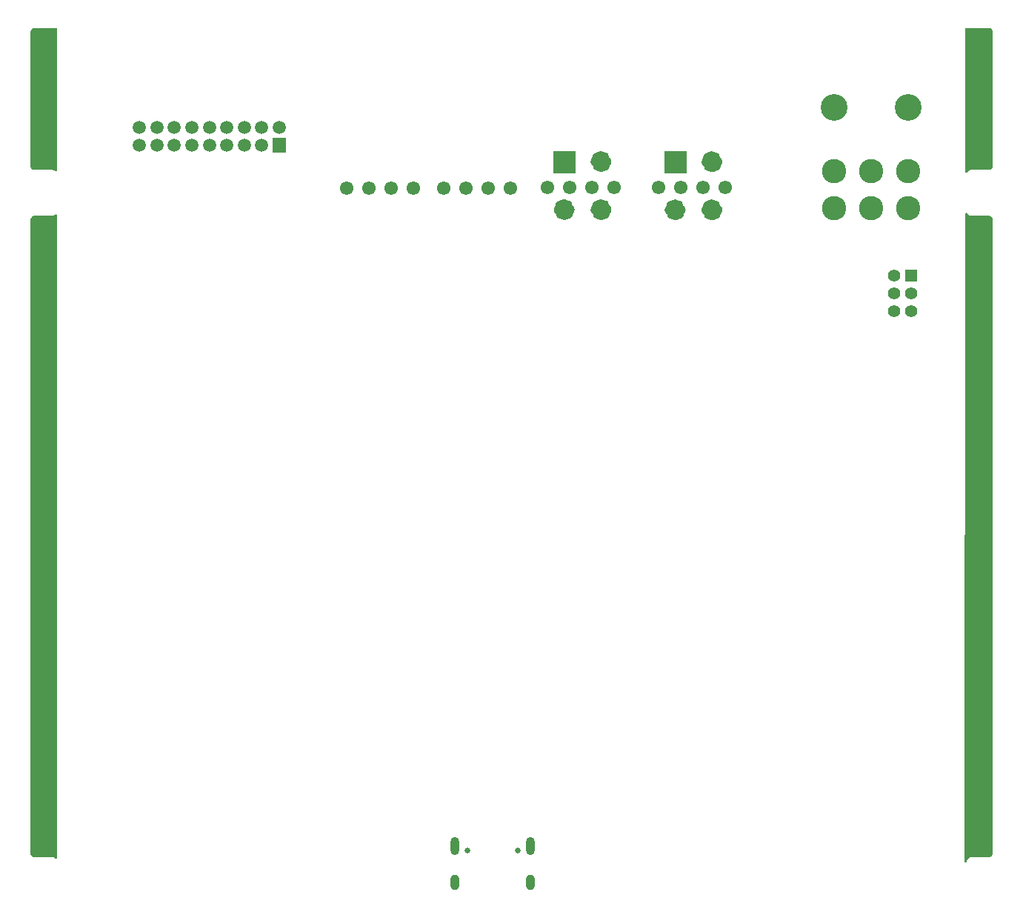
<source format=gbr>
%TF.GenerationSoftware,KiCad,Pcbnew,7.0.6-0*%
%TF.CreationDate,2023-11-06T17:07:04-05:00*%
%TF.ProjectId,bitcrane,62697463-7261-46e6-952e-6b696361645f,rev?*%
%TF.SameCoordinates,Original*%
%TF.FileFunction,Soldermask,Bot*%
%TF.FilePolarity,Negative*%
%FSLAX46Y46*%
G04 Gerber Fmt 4.6, Leading zero omitted, Abs format (unit mm)*
G04 Created by KiCad (PCBNEW 7.0.6-0) date 2023-11-06 17:07:04*
%MOMM*%
%LPD*%
G01*
G04 APERTURE LIST*
%ADD10C,1.226200*%
%ADD11C,0.010000*%
%ADD12C,1.549400*%
%ADD13R,1.500000X1.700000*%
%ADD14C,1.500000*%
%ADD15C,3.050000*%
%ADD16C,2.775000*%
%ADD17C,0.650000*%
%ADD18O,1.000000X2.100000*%
%ADD19O,1.000000X1.800000*%
%ADD20R,1.400000X1.400000*%
%ADD21C,1.400000*%
G04 APERTURE END LIST*
D10*
%TO.C,J7*%
X136753100Y-55050000D02*
G75*
G03*
X136753100Y-55050000I-613100J0D01*
G01*
X136753100Y-49550000D02*
G75*
G03*
X136753100Y-49550000I-613100J0D01*
G01*
X132553100Y-55050000D02*
G75*
G03*
X132553100Y-55050000I-613100J0D01*
G01*
D11*
X133166200Y-50776200D02*
X130713800Y-50776200D01*
X130713800Y-48323800D01*
X133166200Y-48323800D01*
X133166200Y-50776200D01*
G36*
X133166200Y-50776200D02*
G01*
X130713800Y-50776200D01*
X130713800Y-48323800D01*
X133166200Y-48323800D01*
X133166200Y-50776200D01*
G37*
D10*
%TO.C,J8*%
X124073100Y-55030000D02*
G75*
G03*
X124073100Y-55030000I-613100J0D01*
G01*
X124073100Y-49530000D02*
G75*
G03*
X124073100Y-49530000I-613100J0D01*
G01*
X119873100Y-55030000D02*
G75*
G03*
X119873100Y-55030000I-613100J0D01*
G01*
D11*
X120486200Y-50756200D02*
X118033800Y-50756200D01*
X118033800Y-48303800D01*
X120486200Y-48303800D01*
X120486200Y-50756200D01*
G36*
X120486200Y-50756200D02*
G01*
X118033800Y-50756200D01*
X118033800Y-48303800D01*
X120486200Y-48303800D01*
X120486200Y-50756200D01*
G37*
%TD*%
D12*
%TO.C,J5*%
X124930000Y-52510750D03*
X122390000Y-52510750D03*
X119850000Y-52510750D03*
X117310000Y-52510750D03*
%TD*%
%TO.C,J4*%
X137640000Y-52500750D03*
X135100000Y-52500750D03*
X132560000Y-52500750D03*
X130020000Y-52500750D03*
%TD*%
D13*
%TO.C,J2*%
X86700000Y-47630000D03*
D14*
X86700000Y-45630000D03*
X84700000Y-47630000D03*
X84700000Y-45630000D03*
X82700000Y-47630000D03*
X82700000Y-45630000D03*
X80700000Y-47630000D03*
X80700000Y-45630000D03*
X78700000Y-47630000D03*
X78700000Y-45630000D03*
X76700000Y-47630000D03*
X76700000Y-45630000D03*
X74700000Y-47630000D03*
X74700000Y-45630000D03*
X72700000Y-47630000D03*
X72700000Y-45630000D03*
X70700000Y-47630000D03*
X70700000Y-45630000D03*
%TD*%
D15*
%TO.C,J3*%
X150150000Y-43320000D03*
X158550000Y-43320000D03*
D16*
X150150000Y-50620000D03*
X154350000Y-50620000D03*
X158550000Y-50620000D03*
X150150000Y-54820000D03*
X154350000Y-54820000D03*
X158550000Y-54820000D03*
%TD*%
D17*
%TO.C,J6*%
X108210000Y-128230000D03*
X113990000Y-128230000D03*
D18*
X106780000Y-127730000D03*
D19*
X106780000Y-131910000D03*
D18*
X115420000Y-127730000D03*
D19*
X115420000Y-131910000D03*
%TD*%
D12*
%TO.C,J9*%
X102040000Y-52540750D03*
X99500000Y-52540750D03*
X96960000Y-52540750D03*
X94420000Y-52540750D03*
%TD*%
%TO.C,J10*%
X113150000Y-52540750D03*
X110610000Y-52540750D03*
X108070000Y-52540750D03*
X105530000Y-52540750D03*
%TD*%
D20*
%TO.C,J1*%
X158930000Y-62590000D03*
D21*
X158930000Y-64590000D03*
X158930000Y-66590000D03*
X156930000Y-62590000D03*
X156930000Y-64590000D03*
X156930000Y-66590000D03*
%TD*%
G36*
X61243442Y-34264685D02*
G01*
X61289197Y-34317489D01*
X61300403Y-34368977D01*
X61303463Y-50535750D01*
X61283791Y-50602793D01*
X61230996Y-50648558D01*
X61161839Y-50658514D01*
X61103973Y-50634146D01*
X61009981Y-50562018D01*
X61009978Y-50562016D01*
X60889399Y-50512057D01*
X60760006Y-50495000D01*
X58764063Y-50495000D01*
X58755972Y-50494470D01*
X58646770Y-50480112D01*
X58615494Y-50471736D01*
X58525067Y-50434291D01*
X58497025Y-50418103D01*
X58419372Y-50358522D01*
X58396477Y-50335627D01*
X58336896Y-50257974D01*
X58320708Y-50229932D01*
X58283263Y-50139505D01*
X58274887Y-50108228D01*
X58260530Y-49999027D01*
X58260000Y-49990936D01*
X58260000Y-34749066D01*
X58260531Y-34740964D01*
X58274906Y-34631776D01*
X58283284Y-34600508D01*
X58320740Y-34510081D01*
X58336925Y-34482048D01*
X58396508Y-34404398D01*
X58419398Y-34381508D01*
X58497048Y-34321925D01*
X58525081Y-34305740D01*
X58615508Y-34268284D01*
X58646776Y-34259906D01*
X58755966Y-34245531D01*
X58764067Y-34245000D01*
X61176403Y-34245000D01*
X61243442Y-34264685D01*
G37*
G36*
X61238559Y-55544001D02*
G01*
X61288549Y-55592814D01*
X61304432Y-55653510D01*
X61318335Y-129097162D01*
X61298663Y-129164205D01*
X61245868Y-129209970D01*
X61176711Y-129219926D01*
X61118845Y-129195558D01*
X61009982Y-129112018D01*
X61009978Y-129112016D01*
X60889399Y-129062057D01*
X60760006Y-129045000D01*
X58764063Y-129045000D01*
X58755972Y-129044470D01*
X58646770Y-129030112D01*
X58615494Y-129021736D01*
X58525067Y-128984291D01*
X58497025Y-128968103D01*
X58419372Y-128908522D01*
X58396477Y-128885627D01*
X58336896Y-128807974D01*
X58320708Y-128779932D01*
X58283263Y-128689505D01*
X58274887Y-128658228D01*
X58260530Y-128549027D01*
X58260000Y-128540936D01*
X58260000Y-56199066D01*
X58260531Y-56190964D01*
X58274906Y-56081776D01*
X58283284Y-56050508D01*
X58320740Y-55960081D01*
X58336925Y-55932048D01*
X58396508Y-55854398D01*
X58419398Y-55831508D01*
X58497048Y-55771925D01*
X58525081Y-55755740D01*
X58615508Y-55718284D01*
X58646776Y-55709906D01*
X58755966Y-55695531D01*
X58764067Y-55695000D01*
X60759993Y-55695000D01*
X60760009Y-55694998D01*
X60889408Y-55677963D01*
X60889413Y-55677961D01*
X61009995Y-55628015D01*
X61010001Y-55628012D01*
X61104945Y-55555158D01*
X61170114Y-55529963D01*
X61238559Y-55544001D01*
G37*
G36*
X167764041Y-34245532D02*
G01*
X167873215Y-34259923D01*
X167904474Y-34268304D01*
X167994902Y-34305771D01*
X168022928Y-34321954D01*
X168100576Y-34381540D01*
X168123459Y-34404423D01*
X168183045Y-34482071D01*
X168199228Y-34510097D01*
X168236695Y-34600525D01*
X168245075Y-34631783D01*
X168259468Y-34740957D01*
X168260000Y-34749069D01*
X168260000Y-49990934D01*
X168259469Y-49999035D01*
X168245093Y-50108224D01*
X168236715Y-50139491D01*
X168199259Y-50229918D01*
X168183074Y-50257951D01*
X168123491Y-50335601D01*
X168100601Y-50358491D01*
X168022951Y-50418074D01*
X167994918Y-50434259D01*
X167904491Y-50471715D01*
X167873224Y-50480093D01*
X167764035Y-50494469D01*
X167755934Y-50495000D01*
X165760007Y-50495000D01*
X165759990Y-50495001D01*
X165630591Y-50512036D01*
X165630586Y-50512038D01*
X165510004Y-50561984D01*
X165510003Y-50561984D01*
X165406447Y-50641447D01*
X165326984Y-50745003D01*
X165324138Y-50749934D01*
X165273568Y-50798147D01*
X165204960Y-50811366D01*
X165140097Y-50785395D01*
X165099572Y-50728478D01*
X165092754Y-50687811D01*
X165108101Y-34368883D01*
X165127849Y-34301862D01*
X165180696Y-34256157D01*
X165232101Y-34245000D01*
X167755929Y-34245000D01*
X167764041Y-34245532D01*
G37*
G36*
X165293526Y-55398450D02*
G01*
X165322260Y-55438340D01*
X165322890Y-55437977D01*
X165326484Y-55444203D01*
X165326799Y-55444640D01*
X165326956Y-55445020D01*
X165406416Y-55548583D01*
X165509979Y-55628043D01*
X165630581Y-55677983D01*
X165760000Y-55694999D01*
X165760005Y-55695000D01*
X167755929Y-55695000D01*
X167764041Y-55695532D01*
X167873215Y-55709923D01*
X167904474Y-55718304D01*
X167994902Y-55755771D01*
X168022928Y-55771954D01*
X168100576Y-55831540D01*
X168123459Y-55854423D01*
X168183045Y-55932071D01*
X168199228Y-55960097D01*
X168236695Y-56050525D01*
X168245075Y-56081783D01*
X168259468Y-56190957D01*
X168260000Y-56199069D01*
X168260000Y-128540934D01*
X168259469Y-128549035D01*
X168245093Y-128658224D01*
X168236715Y-128689491D01*
X168199259Y-128779918D01*
X168183074Y-128807951D01*
X168123491Y-128885601D01*
X168100601Y-128908491D01*
X168022951Y-128968074D01*
X167994918Y-128984259D01*
X167904491Y-129021715D01*
X167873224Y-129030093D01*
X167764035Y-129044469D01*
X167755934Y-129045000D01*
X165760007Y-129045000D01*
X165759990Y-129045001D01*
X165630591Y-129062036D01*
X165630586Y-129062038D01*
X165510004Y-129111984D01*
X165510003Y-129111984D01*
X165406447Y-129191447D01*
X165326984Y-129295003D01*
X165326984Y-129295004D01*
X165277038Y-129415586D01*
X165277037Y-129415591D01*
X165265585Y-129502574D01*
X165237318Y-129566470D01*
X165178993Y-129604941D01*
X165109129Y-129605772D01*
X165049905Y-129568700D01*
X165020127Y-129505494D01*
X165018646Y-129486271D01*
X165088235Y-55491970D01*
X165107983Y-55424949D01*
X165160830Y-55379244D01*
X165229997Y-55369366D01*
X165293526Y-55398450D01*
G37*
M02*

</source>
